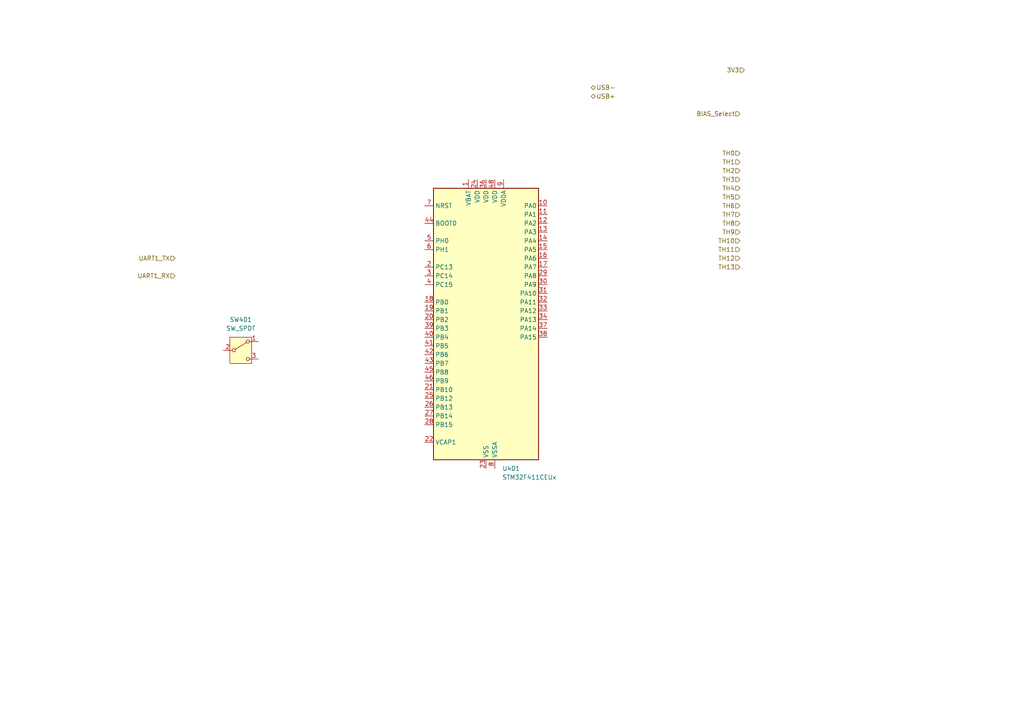
<source format=kicad_sch>
(kicad_sch (version 20250114) (generator "eeschema") (generator_version "9.0")
  (paper "A4")
  (lib_symbols
    (symbol "MCU_ST_STM32F4:STM32F411CEUx"
      (property "Reference" "U" (at -15.24 41.91 0))
      (property "Value" "STM32F411CEUx" (at 7.62 41.91 0))
      (symbol "STM32F411CEUx_0_1"
        (rectangle (start -15.24 -38.1) (end 15.24 40.64) (stroke (width 0.254)) (fill (type background)))
      )
      (symbol "STM32F411CEUx_1_1"
        (pin input line (at -17.78 35.56 0) (length 2.54) (name "NRST") (number "7"))
        (pin input line (at -17.78 30.48 0) (length 2.54) (name "BOOT0") (number "44"))
        (pin bidirectional line (at -17.78 25.4 0) (length 2.54) (name "PH0") (number "5"))
        (pin bidirectional line (at -17.78 22.86 0) (length 2.54) (name "PH1") (number "6"))
        (pin bidirectional line (at -17.78 17.78 0) (length 2.54) (name "PC13") (number "2"))
        (pin bidirectional line (at -17.78 15.24 0) (length 2.54) (name "PC14") (number "3"))
        (pin bidirectional line (at -17.78 12.7 0) (length 2.54) (name "PC15") (number "4"))
        (pin bidirectional line (at -17.78 7.62 0) (length 2.54) (name "PB0") (number "18"))
        (pin bidirectional line (at -17.78 5.08 0) (length 2.54) (name "PB1") (number "19"))
        (pin bidirectional line (at -17.78 2.54 0) (length 2.54) (name "PB2") (number "20"))
        (pin bidirectional line (at -17.78 0 0) (length 2.54) (name "PB3") (number "39"))
        (pin bidirectional line (at -17.78 -2.54 0) (length 2.54) (name "PB4") (number "40"))
        (pin bidirectional line (at -17.78 -5.08 0) (length 2.54) (name "PB5") (number "41"))
        (pin bidirectional line (at -17.78 -7.62 0) (length 2.54) (name "PB6") (number "42"))
        (pin bidirectional line (at -17.78 -10.16 0) (length 2.54) (name "PB7") (number "43"))
        (pin bidirectional line (at -17.78 -12.7 0) (length 2.54) (name "PB8") (number "45"))
        (pin bidirectional line (at -17.78 -15.24 0) (length 2.54) (name "PB9") (number "46"))
        (pin bidirectional line (at -17.78 -17.78 0) (length 2.54) (name "PB10") (number "21"))
        (pin bidirectional line (at -17.78 -20.32 0) (length 2.54) (name "PB12") (number "25"))
        (pin bidirectional line (at -17.78 -22.86 0) (length 2.54) (name "PB13") (number "26"))
        (pin bidirectional line (at -17.78 -25.4 0) (length 2.54) (name "PB14") (number "27"))
        (pin bidirectional line (at -17.78 -27.94 0) (length 2.54) (name "PB15") (number "28"))
        (pin power_out line (at -17.78 -33.02 0) (length 2.54) (name "VCAP1") (number "22"))
        (pin power_in line (at -5.08 43.18 270) (length 2.54) (name "VBAT") (number "1"))
        (pin power_in line (at -2.54 43.18 270) (length 2.54) (name "VDD") (number "24"))
        (pin power_in line (at 0 43.18 270) (length 2.54) (name "VDD") (number "36"))
        (pin power_in line (at 0 -40.64 90) (length 2.54) (name "VSS") (number "23"))
        (pin passive line (at 0 -40.64 90) (length 2.54) (hide yes) (name "VSS") (number "35"))
        (pin passive line (at 0 -40.64 90) (length 2.54) (hide yes) (name "VSS") (number "47"))
        (pin passive line (at 0 -40.64 90) (length 2.54) (hide yes) (name "VSS") (number "49"))
        (pin power_in line (at 2.54 43.18 270) (length 2.54) (name "VDD") (number "48"))
        (pin power_in line (at 2.54 -40.64 90) (length 2.54) (name "VSSA") (number "8"))
        (pin power_in line (at 5.08 43.18 270) (length 2.54) (name "VDDA") (number "9"))
        (pin bidirectional line (at 17.78 35.56 180) (length 2.54) (name "PA0") (number "10"))
        (pin bidirectional line (at 17.78 33.02 180) (length 2.54) (name "PA1") (number "11"))
        (pin bidirectional line (at 17.78 30.48 180) (length 2.54) (name "PA2") (number "12"))
        (pin bidirectional line (at 17.78 27.94 180) (length 2.54) (name "PA3") (number "13"))
        (pin bidirectional line (at 17.78 25.4 180) (length 2.54) (name "PA4") (number "14"))
        (pin bidirectional line (at 17.78 22.86 180) (length 2.54) (name "PA5") (number "15"))
        (pin bidirectional line (at 17.78 20.32 180) (length 2.54) (name "PA6") (number "16"))
        (pin bidirectional line (at 17.78 17.78 180) (length 2.54) (name "PA7") (number "17"))
        (pin bidirectional line (at 17.78 15.24 180) (length 2.54) (name "PA8") (number "29"))
        (pin bidirectional line (at 17.78 12.7 180) (length 2.54) (name "PA9") (number "30"))
        (pin bidirectional line (at 17.78 10.16 180) (length 2.54) (name "PA10") (number "31"))
        (pin bidirectional line (at 17.78 7.62 180) (length 2.54) (name "PA11") (number "32"))
        (pin bidirectional line (at 17.78 5.08 180) (length 2.54) (name "PA12") (number "33"))
        (pin bidirectional line (at 17.78 2.54 180) (length 2.54) (name "PA13") (number "34"))
        (pin bidirectional line (at 17.78 0 180) (length 2.54) (name "PA14") (number "37"))
        (pin bidirectional line (at 17.78 -2.54 180) (length 2.54) (name "PA15") (number "38"))
      )
    )
    (symbol "Switch:SW_SPDT" (pin_names (offset 0) (hide yes))
      (property "Reference" "SW" (at 0 5.08 0))
      (property "Value" "SW_SPDT" (at 0 -5.08 0))
      (symbol "SW_SPDT_0_1"
        (circle (center -2.032 0) (radius 0.4572))
        (polyline (pts (xy -1.651 0.254) (xy 1.651 2.286)))
        (circle (center 2.032 2.54) (radius 0.4572))
        (circle (center 2.032 -2.54) (radius 0.4572))
      )
      (symbol "SW_SPDT_1_1"
        (rectangle (start -3.175 3.81) (end 3.175 -3.81) (fill (type background)))
        (pin passive line (at -5.08 0 0) (length 2.54) (name "B") (number "2"))
        (pin passive line (at 5.08 2.54 180) (length 2.54) (name "A") (number "1"))
        (pin passive line (at 5.08 -2.54 180) (length 2.54) (name "C") (number "3"))
      )
    )
  )
  (hierarchical_label "USB+" (shape bidirectional) (at 171.45 27.94 0))
  (hierarchical_label "UART1_RX" (shape input) (at 50.8 80.01 180))
  (hierarchical_label "TH7" (shape input) (at 214.63 62.23 180))
  (hierarchical_label "TH10" (shape input) (at 214.63 69.85 180))
  (hierarchical_label "TH12" (shape input) (at 214.63 74.93 180))
  (hierarchical_label "TH8" (shape input) (at 214.63 64.77 180))
  (hierarchical_label "TH6" (shape input) (at 214.63 59.69 180))
  (hierarchical_label "TH3" (shape input) (at 214.63 52.07 180))
  (hierarchical_label "TH4" (shape input) (at 214.63 54.61 180))
  (hierarchical_label "UART1_TX" (shape input) (at 50.8 74.93 180))
  (hierarchical_label "TH11" (shape input) (at 214.63 72.39 180))
  (hierarchical_label "TH1" (shape input) (at 214.63 46.99 180))
  (hierarchical_label "USB-" (shape bidirectional) (at 171.45 25.4 0))
  (hierarchical_label "TH13" (shape input) (at 214.63 77.47 180))
  (hierarchical_label "3V3" (shape input) (at 215.9 20.32 180))
  (hierarchical_label "TH2" (shape input) (at 214.63 49.53 180))
  (hierarchical_label "TH0" (shape input) (at 214.63 44.45 180))
  (hierarchical_label "BIAS_Select" (shape input) (at 214.63 33.02 180))
  (hierarchical_label "TH9" (shape input) (at 214.63 67.31 180))
  (hierarchical_label "TH5" (shape input) (at 214.63 57.15 180))
  (symbol (lib_id "Switch:SW_SPDT") (at 69.85 101.6 0) (unit 1)
    (property "Reference" "SW401" (at 69.85 92.71 0))
    (property "Value" "SW_SPDT" (at 69.85 95.25 0))
    (property "Footprint" "Button_Switch_THT:SW_E-Switch_EG1224_SPDT_Angled" (effects (hide yes)))
    (property "Description" "Switch, single pole double throw" (effects (hide yes)))
  )
  (symbol (lib_id "MCU_ST_STM32F4:STM32F411CEUx") (at 140.97 95.25 0) (unit 1)
    (property "Reference" "U401" (at 145.6533 135.89 0) (effects (justify left)))
    (property "Value" "STM32F411CEUx" (at 145.6533 138.43 0) (effects (justify left)))
    (property "Footprint" "Package_DFN_QFN:QFN-48-1EP_7x7mm_P0.5mm_EP5.6x5.6mm" (effects (hide yes)))
    (property "Datasheet" "https://www.st.com/resource/en/datasheet/stm32f411ce.pdf" (effects (hide yes)))
    (property "Description" "STMicroelectronics Arm Cortex-M4 MCU, 512KB flash, 128KB RAM, 100 MHz, 1.7-3.6V, 36 GPIO, UFQFPN48" (effects (hide yes)))
  )
)
</source>
